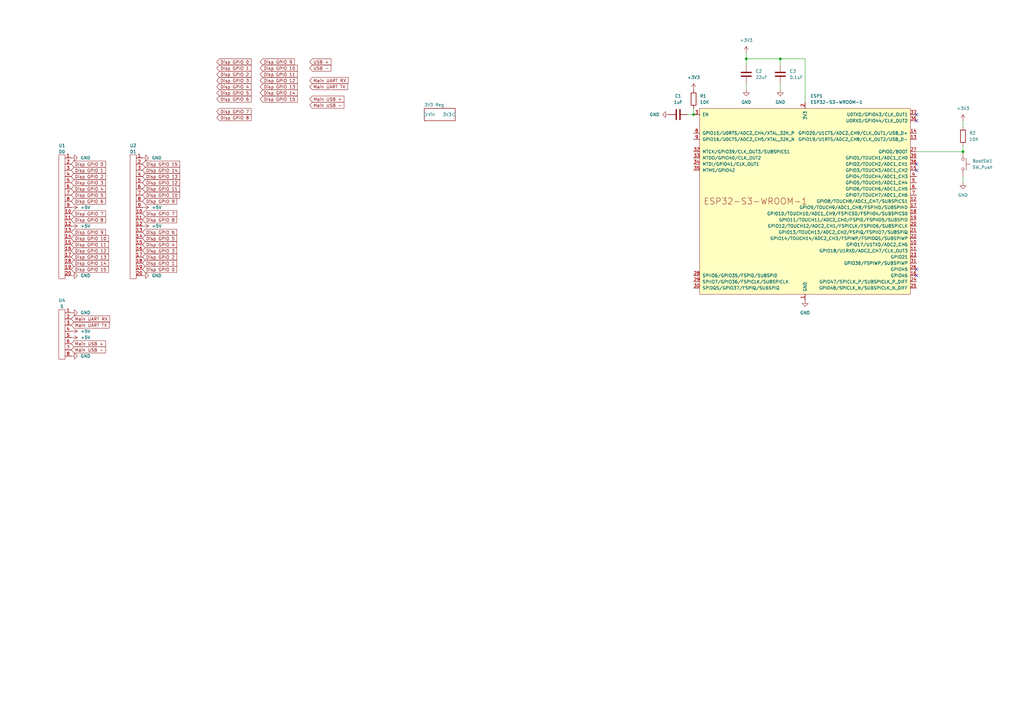
<source format=kicad_sch>
(kicad_sch (version 20231120) (generator "eeschema") (generator_version "8.0")
  (paper "A3")
  (lib_symbols
    (symbol "Device:C" (pin_numbers hide) (pin_names (offset 0.254))
      (property "Reference" "C" (at 0.635 2.54 0))
      (property "Value" "C" (at 0.635 -2.54 0))
      (symbol "C_0_1"
        (polyline (pts (xy -2.032 -0.762) (xy 2.032 -0.762)) (stroke (width 0.508)))
        (polyline (pts (xy -2.032 0.762) (xy 2.032 0.762)) (stroke (width 0.508)))
      )
      (symbol "C_1_1"
        (pin passive line (at 0 3.81 270) (length 2.794) (name "~") (number "1"))
        (pin passive line (at 0 -3.81 90) (length 2.794) (name "~") (number "2"))
      )
    )
    (symbol "Device:R" (pin_numbers hide) (pin_names (offset 0))
      (property "Reference" "R" (at 2.032 0 90))
      (property "Value" "R" (at 0 0 90))
      (symbol "R_0_1"
        (rectangle (start -1.016 -2.54) (end 1.016 2.54) (stroke (width 0.254)))
      )
      (symbol "R_1_1"
        (pin passive line (at 0 3.81 270) (length 1.27) (name "~") (number "1"))
        (pin passive line (at 0 -3.81 90) (length 1.27) (name "~") (number "2"))
      )
    )
    (symbol "FFC:FFC-20"
      (property "Reference" "U" (at 0 26.924 0))
      (symbol "FFC-20_0_1"
        (rectangle (start -1.27 25.4) (end 1.27 -25.4))
      )
      (symbol "FFC-20_1_1"
        (pin input line (at 3.81 24.13 180) (length 2.54) (name "") (number "1"))
        (pin input line (at 3.81 1.27 180) (length 2.54) (name "") (number "10"))
        (pin input line (at 3.81 -1.27 180) (length 2.54) (name "") (number "11"))
        (pin input line (at 3.81 -3.81 180) (length 2.54) (name "") (number "12"))
        (pin input line (at 3.81 -6.35 180) (length 2.54) (name "") (number "13"))
        (pin input line (at 3.81 -8.89 180) (length 2.54) (name "") (number "14"))
        (pin input line (at 3.81 -11.43 180) (length 2.54) (name "") (number "15"))
        (pin input line (at 3.81 -13.97 180) (length 2.54) (name "") (number "16"))
        (pin input line (at 3.81 -16.51 180) (length 2.54) (name "") (number "17"))
        (pin input line (at 3.81 -19.05 180) (length 2.54) (name "") (number "18"))
        (pin input line (at 3.81 -21.59 180) (length 2.54) (name "") (number "19"))
        (pin input line (at 3.81 21.59 180) (length 2.54) (name "") (number "2"))
        (pin input line (at 3.81 -24.13 180) (length 2.54) (name "") (number "20"))
        (pin input line (at 3.81 19.05 180) (length 2.54) (name "") (number "3"))
        (pin input line (at 3.81 16.51 180) (length 2.54) (name "") (number "4"))
        (pin input line (at 3.81 13.97 180) (length 2.54) (name "") (number "5"))
        (pin input line (at 3.81 11.43 180) (length 2.54) (name "") (number "6"))
        (pin input line (at 3.81 8.89 180) (length 2.54) (name "") (number "7"))
        (pin input line (at 3.81 6.35 180) (length 2.54) (name "") (number "8"))
        (pin input line (at 3.81 3.81 180) (length 2.54) (name "") (number "9"))
      )
    )
    (symbol "FFC:FFC-8"
      (property "Reference" "U" (at 0 11.684 0))
      (symbol "FFC-8_0_1"
        (rectangle (start -1.27 10.16) (end 1.27 -10.16))
      )
      (symbol "FFC-8_1_1"
        (pin input line (at 3.81 8.89 180) (length 2.54) (name "") (number "1"))
        (pin input line (at 3.81 6.35 180) (length 2.54) (name "") (number "2"))
        (pin input line (at 3.81 3.81 180) (length 2.54) (name "") (number "3"))
        (pin input line (at 3.81 1.27 180) (length 2.54) (name "") (number "4"))
        (pin input line (at 3.81 -1.27 180) (length 2.54) (name "") (number "5"))
        (pin input line (at 3.81 -3.81 180) (length 2.54) (name "") (number "6"))
        (pin input line (at 3.81 -6.35 180) (length 2.54) (name "") (number "7"))
        (pin input line (at 3.81 -8.89 180) (length 2.54) (name "") (number "8"))
      )
    )
    (symbol "PCM_Espressif:ESP32-S3-WROOM-1" (pin_names (offset 1.016))
      (property "Reference" "U" (at -43.18 43.18 0))
      (property "Value" "ESP32-S3-WROOM-1" (at -43.18 40.64 0))
      (symbol "ESP32-S3-WROOM-1_0_0"
        (text "ESP32-S3-WROOM-1" (at -20.32 0 0) (effects (font (size 2.54 2.54))))
        (pin power_in line (at 0 -40.64 90) (length 2.54) (name "GND") (number "1"))
        (pin bidirectional line (at 45.72 -17.78 180) (length 2.54) (name "GPIO17/U1TXD/ADC2_CH6") (number "10"))
        (pin bidirectional line (at 45.72 -20.32 180) (length 2.54) (name "GPIO18/U1RXD/ADC2_CH7/CLK_OUT3") (number "11"))
        (pin bidirectional line (at 45.72 0 180) (length 2.54) (name "GPIO8/TOUCH8/ADC1_CH7/SUBSPICS1") (number "12"))
        (pin bidirectional line (at 45.72 25.4 180) (length 2.54) (name "GPIO19/U1RTS/ADC2_CH8/CLK_OUT2/USB_D-") (number "13"))
        (pin bidirectional line (at 45.72 27.94 180) (length 2.54) (name "GPIO20/U1CTS/ADC2_CH9/CLK_OUT1/USB_D+") (number "14"))
        (pin bidirectional line (at 45.72 12.7 180) (length 2.54) (name "GPIO3/TOUCH3/ADC1_CH2") (number "15"))
        (pin bidirectional line (at 45.72 -30.48 180) (length 2.54) (name "GPIO46") (number "16"))
        (pin bidirectional line (at 45.72 -2.54 180) (length 2.54) (name "GPIO9/TOUCH9/ADC1_CH8/FSPIHD/SUBSPIHD") (number "17"))
        (pin bidirectional line (at 45.72 -5.08 180) (length 2.54) (name "GPIO10/TOUCH10/ADC1_CH9/FSPICS0/FSPIIO4/SUBSPICS0") (number "18"))
        (pin bidirectional line (at 45.72 -7.62 180) (length 2.54) (name "GPIO11/TOUCH11/ADC2_CH0/FSPID/FSPIIO5/SUBSPID") (number "19"))
        (pin power_in line (at 0 40.64 270) (length 2.54) (name "3V3") (number "2"))
        (pin bidirectional line (at 45.72 -10.16 180) (length 2.54) (name "GPIO12/TOUCH12/ADC2_CH1/FSPICLK/FSPIIO6/SUBSPICLK") (number "20"))
        (pin bidirectional line (at 45.72 -12.7 180) (length 2.54) (name "GPIO13/TOUCH13/ADC2_CH2/FSPIQ/FSPIIO7/SUBSPIQ") (number "21"))
        (pin bidirectional line (at 45.72 -15.24 180) (length 2.54) (name "GPIO14/TOUCH14/ADC2_CH3/FSPIWP/FSPIDQS/SUBSPIWP") (number "22"))
        (pin bidirectional line (at 45.72 -22.86 180) (length 2.54) (name "GPIO21") (number "23"))
        (pin bidirectional line (at 45.72 -33.02 180) (length 2.54) (name "GPIO47/SPICLK_P/SUBSPICLK_P_DIFF") (number "24"))
        (pin bidirectional line (at 45.72 -35.56 180) (length 2.54) (name "GPIO48/SPICLK_N/SUBSPICLK_N_DIFF") (number "25"))
        (pin bidirectional line (at 45.72 -27.94 180) (length 2.54) (name "GPIO45") (number "26"))
        (pin bidirectional line (at 45.72 20.32 180) (length 2.54) (name "GPIO0/BOOT") (number "27"))
        (pin bidirectional line (at -45.72 -30.48 0) (length 2.54) (name "SPIIO6/GPIO35/FSPID/SUBSPID") (number "28"))
        (pin bidirectional line (at -45.72 -33.02 0) (length 2.54) (name "SPIIO7/GPIO36/FSPICLK/SUBSPICLK") (number "29"))
        (pin input line (at -45.72 35.56 0) (length 2.54) (name "EN") (number "3"))
        (pin bidirectional line (at -45.72 -35.56 0) (length 2.54) (name "SPIDQS/GPIO37/FSPIQ/SUBSPIQ") (number "30"))
        (pin bidirectional line (at 45.72 -25.4 180) (length 2.54) (name "GPIO38/FSPIWP/SUBSPIWP") (number "31"))
        (pin bidirectional line (at -45.72 20.32 0) (length 2.54) (name "MTCK/GPIO39/CLK_OUT3/SUBSPICS1") (number "32"))
        (pin bidirectional line (at -45.72 17.78 0) (length 2.54) (name "MTDO/GPIO40/CLK_OUT2") (number "33"))
        (pin bidirectional line (at -45.72 15.24 0) (length 2.54) (name "MTDI/GPIO41/CLK_OUT1") (number "34"))
        (pin bidirectional line (at -45.72 12.7 0) (length 2.54) (name "MTMS/GPIO42") (number "35"))
        (pin bidirectional line (at 45.72 33.02 180) (length 2.54) (name "U0RXD/GPIO44/CLK_OUT2") (number "36"))
        (pin bidirectional line (at 45.72 35.56 180) (length 2.54) (name "U0TXD/GPIO43/CLK_OUT1") (number "37"))
        (pin bidirectional line (at 45.72 15.24 180) (length 2.54) (name "GPIO2/TOUCH2/ADC1_CH1") (number "38"))
        (pin bidirectional line (at 45.72 17.78 180) (length 2.54) (name "GPIO1/TOUCH1/ADC1_CH0") (number "39"))
        (pin bidirectional line (at 45.72 10.16 180) (length 2.54) (name "GPIO4/TOUCH4/ADC1_CH3") (number "4"))
        (pin passive line (at 0 -40.64 90) (length 2.54) hide (name "GND") (number "40"))
        (pin passive line (at 0 -40.64 90) (length 2.54) hide (name "GND") (number "41"))
        (pin bidirectional line (at 45.72 7.62 180) (length 2.54) (name "GPIO5/TOUCH5/ADC1_CH4") (number "5"))
        (pin bidirectional line (at 45.72 5.08 180) (length 2.54) (name "GPIO6/TOUCH6/ADC1_CH5") (number "6"))
        (pin bidirectional line (at 45.72 2.54 180) (length 2.54) (name "GPIO7/TOUCH7/ADC1_CH6") (number "7"))
        (pin bidirectional line (at -45.72 27.94 0) (length 2.54) (name "GPIO15/U0RTS/ADC2_CH4/XTAL_32K_P") (number "8"))
        (pin bidirectional line (at -45.72 25.4 0) (length 2.54) (name "GPIO16/U0CTS/ADC2_CH5/XTAL_32K_N") (number "9"))
      )
      (symbol "ESP32-S3-WROOM-1_0_1"
        (rectangle (start -43.18 38.1) (end 43.18 -38.1) (fill (type background)))
      )
    )
    (symbol "Switch:SW_Push" (pin_numbers hide) (pin_names (offset 1.016) hide)
      (property "Reference" "SW" (at 1.27 2.54 0))
      (property "Value" "SW_Push" (at 0 -1.524 0))
      (symbol "SW_Push_0_1"
        (circle (center -2.032 0) (radius 0.508))
        (polyline (pts (xy 0 1.27) (xy 0 3.048)))
        (polyline (pts (xy 2.54 1.27) (xy -2.54 1.27)))
        (circle (center 2.032 0) (radius 0.508))
        (pin passive line (at -5.08 0 0) (length 2.54) (name "1") (number "1"))
        (pin passive line (at 5.08 0 180) (length 2.54) (name "2") (number "2"))
      )
    )
    (symbol "power:+3V3" (power) (pin_numbers hide) (pin_names (offset 0) hide)
      (property "Value" "+3V3" (at 0 3.556 0))
      (symbol "+3V3_0_1"
        (polyline (pts (xy -0.762 1.27) (xy 0 2.54)))
        (polyline (pts (xy 0 0) (xy 0 2.54)))
        (polyline (pts (xy 0 2.54) (xy 0.762 1.27)))
      )
      (symbol "+3V3_1_1"
        (pin power_in line (at 0 0 90) (length 0) (name "~") (number "1"))
      )
    )
    (symbol "power:+5V" (power) (pin_numbers hide) (pin_names (offset 0) hide)
      (property "Value" "+5V" (at 0 3.556 0))
      (symbol "+5V_0_1"
        (polyline (pts (xy -0.762 1.27) (xy 0 2.54)))
        (polyline (pts (xy 0 0) (xy 0 2.54)))
        (polyline (pts (xy 0 2.54) (xy 0.762 1.27)))
      )
      (symbol "+5V_1_1"
        (pin power_in line (at 0 0 90) (length 0) (name "~") (number "1"))
      )
    )
    (symbol "power:GND" (power) (pin_numbers hide) (pin_names (offset 0) hide)
      (property "Value" "GND" (at 0 -3.81 0))
      (symbol "GND_0_1"
        (polyline (pts (xy 0 0) (xy 0 -1.27) (xy 1.27 -1.27) (xy 0 -2.54) (xy -1.27 -1.27) (xy 0 -1.27)))
      )
      (symbol "GND_1_1"
        (pin power_in line (at 0 0 270) (length 0) (name "~") (number "1"))
      )
    )
  )
  (junction (at 306.07 24.13))
  (junction (at 394.97 62.23))
  (junction (at 284.48 46.99))
  (junction (at 320.04 24.13))
  (no_connect (at 375.92 46.99))
  (no_connect (at 375.92 69.85))
  (no_connect (at 375.92 67.31))
  (no_connect (at 375.92 110.49))
  (no_connect (at 375.92 49.53))
  (no_connect (at 375.92 113.03))
  (wire (pts (xy 306.07 21.59) (xy 306.07 24.13)))
  (wire (pts (xy 284.48 44.45) (xy 284.48 46.99)))
  (wire (pts (xy 320.04 34.29) (xy 320.04 36.83)))
  (wire (pts (xy 394.97 49.53) (xy 394.97 52.07)))
  (wire (pts (xy 281.94 46.99) (xy 284.48 46.99)))
  (wire (pts (xy 375.92 62.23) (xy 394.97 62.23)))
  (wire (pts (xy 394.97 59.69) (xy 394.97 62.23)))
  (wire (pts (xy 306.07 24.13) (xy 306.07 26.67)))
  (wire (pts (xy 306.07 24.13) (xy 320.04 24.13)))
  (wire (pts (xy 330.2 24.13) (xy 330.2 41.91)))
  (wire (pts (xy 394.97 74.93) (xy 394.97 72.39)))
  (wire (pts (xy 320.04 24.13) (xy 330.2 24.13)))
  (wire (pts (xy 306.07 34.29) (xy 306.07 36.83)))
  (wire (pts (xy 320.04 24.13) (xy 320.04 26.67)))
  (global_label "Disp GPIO 6" (shape input) (at 29.21 82.55 0) (property "Intersheetrefs" "${INTERSHEET_REFS}" (effects (hide yes))))
  (global_label "Disp GPIO 6" (shape input) (at 58.42 95.25 0) (property "Intersheetrefs" "${INTERSHEET_REFS}" (effects (hide yes))))
  (global_label "Disp GPIO 10" (shape input) (at 29.21 97.79 0) (property "Intersheetrefs" "${INTERSHEET_REFS}" (effects (hide yes))))
  (global_label "Disp GPIO 5" (shape input) (at 58.42 97.79 0) (property "Intersheetrefs" "${INTERSHEET_REFS}" (effects (hide yes))))
  (global_label "Disp GPIO 3" (shape input) (at 29.21 74.93 0) (property "Intersheetrefs" "${INTERSHEET_REFS}" (effects (hide yes))))
  (global_label "Disp GPIO 0" (shape input) (at 29.21 67.31 0) (property "Intersheetrefs" "${INTERSHEET_REFS}" (effects (hide yes))))
  (global_label "Disp GPIO 9" (shape input) (at 29.21 95.25 0) (property "Intersheetrefs" "${INTERSHEET_REFS}" (effects (hide yes))))
  (global_label "Disp GPIO 0" (shape input) (at 88.9 25.4 0) (property "Intersheetrefs" "${INTERSHEET_REFS}" (effects (hide yes))))
  (global_label "Disp GPIO 12" (shape input) (at 29.21 102.87 0) (property "Intersheetrefs" "${INTERSHEET_REFS}" (effects (hide yes))))
  (global_label "Disp GPIO 1" (shape input) (at 29.21 69.85 0) (property "Intersheetrefs" "${INTERSHEET_REFS}" (effects (hide yes))))
  (global_label "Disp GPIO 3" (shape input) (at 58.42 102.87 0) (property "Intersheetrefs" "${INTERSHEET_REFS}" (effects (hide yes))))
  (global_label "Disp GPIO 15" (shape input) (at 29.21 110.49 0) (property "Intersheetrefs" "${INTERSHEET_REFS}" (effects (hide yes))))
  (global_label "Disp GPIO 10" (shape input) (at 58.42 80.01 0) (property "Intersheetrefs" "${INTERSHEET_REFS}" (effects (hide yes))))
  (global_label "Disp GPIO 12" (shape input) (at 58.42 74.93 0) (property "Intersheetrefs" "${INTERSHEET_REFS}" (effects (hide yes))))
  (global_label "Disp GPIO 7" (shape input) (at 88.9 45.72 0) (property "Intersheetrefs" "${INTERSHEET_REFS}" (effects (hide yes))))
  (global_label "Disp GPIO 1" (shape input) (at 58.42 107.95 0) (property "Intersheetrefs" "${INTERSHEET_REFS}" (effects (hide yes))))
  (global_label "USB -" (shape input) (at 127 27.94 0) (property "Intersheetrefs" "${INTERSHEET_REFS}" (effects (hide yes))))
  (global_label "Main USB -" (shape input) (at 29.21 143.51 0) (property "Intersheetrefs" "${INTERSHEET_REFS}" (effects (hide yes))))
  (global_label "Disp GPIO 4" (shape input) (at 88.9 35.56 0) (property "Intersheetrefs" "${INTERSHEET_REFS}" (effects (hide yes))))
  (global_label "Disp GPIO 5" (shape input) (at 29.21 80.01 0) (property "Intersheetrefs" "${INTERSHEET_REFS}" (effects (hide yes))))
  (global_label "Disp GPIO 11" (shape input) (at 29.21 100.33 0) (property "Intersheetrefs" "${INTERSHEET_REFS}" (effects (hide yes))))
  (global_label "Disp GPIO 2" (shape input) (at 88.9 30.48 0) (property "Intersheetrefs" "${INTERSHEET_REFS}" (effects (hide yes))))
  (global_label "Disp GPIO 9" (shape input) (at 58.42 82.55 0) (property "Intersheetrefs" "${INTERSHEET_REFS}" (effects (hide yes))))
  (global_label "Disp GPIO 6" (shape input) (at 88.9 40.64 0) (property "Intersheetrefs" "${INTERSHEET_REFS}" (effects (hide yes))))
  (global_label "Disp GPIO 9" (shape input) (at 106.68 25.4 0) (property "Intersheetrefs" "${INTERSHEET_REFS}" (effects (hide yes))))
  (global_label "Disp GPIO 2" (shape input) (at 29.21 72.39 0) (property "Intersheetrefs" "${INTERSHEET_REFS}" (effects (hide yes))))
  (global_label "Disp GPIO 14" (shape input) (at 58.42 69.85 0) (property "Intersheetrefs" "${INTERSHEET_REFS}" (effects (hide yes))))
  (global_label "Disp GPIO 3" (shape input) (at 88.9 33.02 0) (property "Intersheetrefs" "${INTERSHEET_REFS}" (effects (hide yes))))
  (global_label "Main USB +" (shape input) (at 127 40.64 0) (property "Intersheetrefs" "${INTERSHEET_REFS}" (effects (hide yes))))
  (global_label "Main UART RX" (shape input) (at 29.21 130.81 0) (property "Intersheetrefs" "${INTERSHEET_REFS}" (effects (hide yes))))
  (global_label "Disp GPIO 4" (shape input) (at 29.21 77.47 0) (property "Intersheetrefs" "${INTERSHEET_REFS}" (effects (hide yes))))
  (global_label "Main UART TX" (shape input) (at 29.21 133.35 0) (property "Intersheetrefs" "${INTERSHEET_REFS}" (effects (hide yes))))
  (global_label "Disp GPIO 10" (shape input) (at 106.68 27.94 0) (property "Intersheetrefs" "${INTERSHEET_REFS}" (effects (hide yes))))
  (global_label "Disp GPIO 1" (shape input) (at 88.9 27.94 0) (property "Intersheetrefs" "${INTERSHEET_REFS}" (effects (hide yes))))
  (global_label "Disp GPIO 2" (shape input) (at 58.42 105.41 0) (property "Intersheetrefs" "${INTERSHEET_REFS}" (effects (hide yes))))
  (global_label "Disp GPIO 15" (shape input) (at 106.68 40.64 0) (property "Intersheetrefs" "${INTERSHEET_REFS}" (effects (hide yes))))
  (global_label "Main UART RX" (shape input) (at 127 33.02 0) (property "Intersheetrefs" "${INTERSHEET_REFS}" (effects (hide yes))))
  (global_label "Disp GPIO 14" (shape input) (at 29.21 107.95 0) (property "Intersheetrefs" "${INTERSHEET_REFS}" (effects (hide yes))))
  (global_label "Disp GPIO 15" (shape input) (at 58.42 67.31 0) (property "Intersheetrefs" "${INTERSHEET_REFS}" (effects (hide yes))))
  (global_label "Disp GPIO 13" (shape input) (at 29.21 105.41 0) (property "Intersheetrefs" "${INTERSHEET_REFS}" (effects (hide yes))))
  (global_label "Disp GPIO 13" (shape input) (at 58.42 72.39 0) (property "Intersheetrefs" "${INTERSHEET_REFS}" (effects (hide yes))))
  (global_label "Main USB +" (shape input) (at 29.21 140.97 0) (property "Intersheetrefs" "${INTERSHEET_REFS}" (effects (hide yes))))
  (global_label "Disp GPIO 0" (shape input) (at 58.42 110.49 0) (property "Intersheetrefs" "${INTERSHEET_REFS}" (effects (hide yes))))
  (global_label "Disp GPIO 8" (shape input) (at 88.9 48.26 0) (property "Intersheetrefs" "${INTERSHEET_REFS}" (effects (hide yes))))
  (global_label "Disp GPIO 14" (shape input) (at 106.68 38.1 0) (property "Intersheetrefs" "${INTERSHEET_REFS}" (effects (hide yes))))
  (global_label "Disp GPIO 13" (shape input) (at 106.68 35.56 0) (property "Intersheetrefs" "${INTERSHEET_REFS}" (effects (hide yes))))
  (global_label "Disp GPIO 11" (shape input) (at 106.68 30.48 0) (property "Intersheetrefs" "${INTERSHEET_REFS}" (effects (hide yes))))
  (global_label "Disp GPIO 11" (shape input) (at 58.42 77.47 0) (property "Intersheetrefs" "${INTERSHEET_REFS}" (effects (hide yes))))
  (global_label "USB +" (shape input) (at 127 25.4 0) (property "Intersheetrefs" "${INTERSHEET_REFS}" (effects (hide yes))))
  (global_label "Disp GPIO 8" (shape input) (at 29.21 90.17 0) (property "Intersheetrefs" "${INTERSHEET_REFS}" (effects (hide yes))))
  (global_label "Disp GPIO 7" (shape input) (at 29.21 87.63 0) (property "Intersheetrefs" "${INTERSHEET_REFS}" (effects (hide yes))))
  (global_label "Disp GPIO 4" (shape input) (at 58.42 100.33 0) (property "Intersheetrefs" "${INTERSHEET_REFS}" (effects (hide yes))))
  (global_label "Main USB -" (shape input) (at 127 43.18 0) (property "Intersheetrefs" "${INTERSHEET_REFS}" (effects (hide yes))))
  (global_label "Disp GPIO 12" (shape input) (at 106.68 33.02 0) (property "Intersheetrefs" "${INTERSHEET_REFS}" (effects (hide yes))))
  (global_label "Disp GPIO 5" (shape input) (at 88.9 38.1 0) (property "Intersheetrefs" "${INTERSHEET_REFS}" (effects (hide yes))))
  (global_label "Disp GPIO 8" (shape input) (at 58.42 90.17 0) (property "Intersheetrefs" "${INTERSHEET_REFS}" (effects (hide yes))))
  (global_label "Disp GPIO 7" (shape input) (at 58.42 87.63 0) (property "Intersheetrefs" "${INTERSHEET_REFS}" (effects (hide yes))))
  (global_label "Main UART TX" (shape input) (at 127 35.56 0) (property "Intersheetrefs" "${INTERSHEET_REFS}" (effects (hide yes))))
  (symbol (lib_id "power:+3V3") (at 306.07 21.59 0) (unit 1)
    (property "Reference" "#PWR011" (effects (hide yes)))
    (property "Value" "+3V3" (at 306.07 16.51 0))
    (property "Description" "Power symbol creates a global label with name \"+3V3\"" (effects (hide yes)))
  )
  (symbol (lib_id "FFC:FFC-20") (at 54.61 88.9 0) (unit 1)
    (property "Reference" "U2" (at 54.61 59.69 0))
    (property "Value" "D1" (at 54.61 62.23 0))
    (property "Footprint" "FFC:FFC-20-0.5" (effects (hide yes)))
  )
  (symbol (lib_id "FFC:FFC-20") (at 25.4 88.9 0) (unit 1)
    (property "Reference" "U1" (at 25.4 59.69 0))
    (property "Value" "D0" (at 25.4 62.23 0))
    (property "Footprint" "FFC:FFC-20-0.5" (effects (hide yes)))
  )
  (symbol (lib_id "Device:R") (at 394.97 55.88 0) (unit 1)
    (property "Reference" "R2" (at 397.51 54.6099 0) (effects (justify left)))
    (property "Value" "10K" (at 397.51 57.1499 0) (effects (justify left)))
    (property "Footprint" "Resistor_SMD:R_0603_1608Metric" (effects (hide yes)))
    (property "Description" "Resistor" (effects (hide yes)))
  )
  (symbol (lib_id "Device:C") (at 320.04 30.48 0) (unit 1)
    (property "Reference" "C3" (at 323.85 29.2099 0) (effects (justify left)))
    (property "Value" "0.1uF" (at 323.85 31.7499 0) (effects (justify left)))
    (property "Footprint" "Capacitor_SMD:C_0603_1608Metric_Pad1.08x0.95mm_HandSolder" (effects (hide yes)))
    (property "Description" "Unpolarized capacitor" (effects (hide yes)))
  )
  (symbol (lib_id "PCM_Espressif:ESP32-S3-WROOM-1") (at 330.2 82.55 0) (unit 1)
    (property "Reference" "ESP1" (at 332.3941 39.37 0) (effects (justify left)))
    (property "Value" "ESP32-S3-WROOM-1" (at 332.3941 41.91 0) (effects (justify left)))
    (property "Footprint" "PCM_Espressif:ESP32-S3-WROOM-1" (effects (hide yes)))
    (property "Datasheet" "https://www.espressif.com/sites/default/files/documentation/esp32-s3-wroom-1_wroom-1u_datasheet_en.pdf" (effects (hide yes)))
    (property "Description" "2.4 GHz WiFi (802.11 b/g/n) and Bluetooth ® 5 (LE) module Built around ESP32S3 series of SoCs, Xtensa ® dualcore 32bit LX7 microprocessor Flash up to 16 MB, PSRAM up to 8 MB 36 GPIOs, rich set of peripherals Onboard PCB antenna" (effects (hide yes)))
  )
  (symbol (lib_id "power:+5V") (at 58.42 92.71 270) (unit 1)
    (property "Reference" "#PWR07" (effects (hide yes)))
    (property "Value" "+5V" (at 62.23 92.7099 90) (effects (justify left)))
    (property "Description" "Power symbol creates a global label with name \"+5V\"" (effects (hide yes)))
  )
  (symbol (lib_id "power:GND") (at 306.07 36.83 0) (unit 1)
    (property "Reference" "#PWR012" (effects (hide yes)))
    (property "Value" "GND" (at 306.07 41.91 0))
    (property "Description" "Power symbol creates a global label with name \"GND\" , ground" (effects (hide yes)))
  )
  (symbol (lib_id "power:GND") (at 274.32 46.99 270) (unit 1)
    (property "Reference" "#PWR09" (effects (hide yes)))
    (property "Value" "GND" (at 270.51 46.9899 90) (effects (justify right)))
    (property "Description" "Power symbol creates a global label with name \"GND\" , ground" (effects (hide yes)))
  )
  (symbol (lib_id "power:GND") (at 330.2 123.19 0) (unit 1)
    (property "Reference" "#PWR014" (effects (hide yes)))
    (property "Value" "GND" (at 330.2 128.27 0))
    (property "Description" "Power symbol creates a global label with name \"GND\" , ground" (effects (hide yes)))
  )
  (symbol (lib_id "Device:C") (at 306.07 30.48 0) (unit 1)
    (property "Reference" "C2" (at 309.88 29.2099 0) (effects (justify left)))
    (property "Value" "22uF" (at 309.88 31.7499 0) (effects (justify left)))
    (property "Footprint" "Capacitor_SMD:C_0603_1608Metric_Pad1.08x0.95mm_HandSolder" (effects (hide yes)))
    (property "Description" "Unpolarized capacitor" (effects (hide yes)))
  )
  (symbol (lib_id "power:GND") (at 29.21 146.05 90) (unit 1)
    (property "Reference" "#PWR024" (effects (hide yes)))
    (property "Value" "GND" (at 33.02 146.0499 90) (effects (justify right)))
    (property "Description" "Power symbol creates a global label with name \"GND\" , ground" (effects (hide yes)))
  )
  (symbol (lib_id "Switch:SW_Push") (at 394.97 67.31 270) (unit 1)
    (property "Reference" "BootSW1" (at 398.78 66.0399 90) (effects (justify left)))
    (property "Value" "SW_Push" (at 398.78 68.5799 90) (effects (justify left)))
    (property "Footprint" "Button-R-667843:Button-R-667843" (effects (hide yes)))
    (property "Description" "Push button switch, generic, two pins" (effects (hide yes)))
  )
  (symbol (lib_id "power:GND") (at 320.04 36.83 0) (unit 1)
    (property "Reference" "#PWR013" (effects (hide yes)))
    (property "Value" "GND" (at 320.04 41.91 0))
    (property "Description" "Power symbol creates a global label with name \"GND\" , ground" (effects (hide yes)))
  )
  (symbol (lib_id "Device:R") (at 284.48 40.64 0) (unit 1)
    (property "Reference" "R1" (at 287.02 39.3699 0) (effects (justify left)))
    (property "Value" "10K" (at 287.02 41.9099 0) (effects (justify left)))
    (property "Footprint" "Resistor_SMD:R_0603_1608Metric" (effects (hide yes)))
    (property "Description" "Resistor" (effects (hide yes)))
  )
  (symbol (lib_id "power:+5V") (at 29.21 92.71 270) (unit 1)
    (property "Reference" "#PWR02" (effects (hide yes)))
    (property "Value" "+5V" (at 33.02 92.7099 90) (effects (justify left)))
    (property "Description" "Power symbol creates a global label with name \"+5V\"" (effects (hide yes)))
  )
  (symbol (lib_id "power:GND") (at 29.21 113.03 90) (unit 1)
    (property "Reference" "#PWR04" (effects (hide yes)))
    (property "Value" "GND" (at 33.02 113.0299 90) (effects (justify right)))
    (property "Description" "Power symbol creates a global label with name \"GND\" , ground" (effects (hide yes)))
  )
  (symbol (lib_id "power:+5V") (at 29.21 85.09 270) (unit 1)
    (property "Reference" "#PWR01" (effects (hide yes)))
    (property "Value" "+5V" (at 33.02 85.0899 90) (effects (justify left)))
    (property "Description" "Power symbol creates a global label with name \"+5V\"" (effects (hide yes)))
  )
  (symbol (lib_id "power:+3V3") (at 394.97 49.53 0) (unit 1)
    (property "Reference" "#PWR015" (effects (hide yes)))
    (property "Value" "+3V3" (at 394.97 44.45 0))
    (property "Description" "Power symbol creates a global label with name \"+3V3\"" (effects (hide yes)))
  )
  (symbol (lib_id "power:+3V3") (at 284.48 36.83 0) (unit 1)
    (property "Reference" "#PWR010" (effects (hide yes)))
    (property "Value" "+3V3" (at 284.48 31.75 0))
    (property "Description" "Power symbol creates a global label with name \"+3V3\"" (effects (hide yes)))
  )
  (symbol (lib_id "FFC:FFC-8") (at 25.4 137.16 0) (unit 1)
    (property "Reference" "U4" (at 25.4 123.19 0))
    (property "Value" "S" (at 25.4 125.73 0))
    (property "Footprint" "FFC:FFC-8-0.5" (effects (hide yes)))
  )
  (symbol (lib_id "power:GND") (at 58.42 64.77 90) (unit 1)
    (property "Reference" "#PWR05" (effects (hide yes)))
    (property "Value" "GND" (at 62.23 64.7699 90) (effects (justify right)))
    (property "Description" "Power symbol creates a global label with name \"GND\" , ground" (effects (hide yes)))
  )
  (symbol (lib_id "power:GND") (at 29.21 64.77 90) (unit 1)
    (property "Reference" "#PWR03" (effects (hide yes)))
    (property "Value" "GND" (at 33.02 64.7699 90) (effects (justify right)))
    (property "Description" "Power symbol creates a global label with name \"GND\" , ground" (effects (hide yes)))
  )
  (symbol (lib_id "power:GND") (at 29.21 128.27 90) (unit 1)
    (property "Reference" "#PWR021" (effects (hide yes)))
    (property "Value" "GND" (at 33.02 128.2699 90) (effects (justify right)))
    (property "Description" "Power symbol creates a global label with name \"GND\" , ground" (effects (hide yes)))
  )
  (symbol (lib_id "power:+5V") (at 29.21 138.43 270) (unit 1)
    (property "Reference" "#PWR023" (effects (hide yes)))
    (property "Value" "+5V" (at 33.02 138.4299 90) (effects (justify left)))
    (property "Description" "Power symbol creates a global label with name \"+5V\"" (effects (hide yes)))
  )
  (symbol (lib_id "power:+5V") (at 29.21 135.89 270) (unit 1)
    (property "Reference" "#PWR022" (effects (hide yes)))
    (property "Value" "+5V" (at 33.02 135.8899 90) (effects (justify left)))
    (property "Description" "Power symbol creates a global label with name \"+5V\"" (effects (hide yes)))
  )
  (symbol (lib_id "power:+5V") (at 58.42 85.09 270) (unit 1)
    (property "Reference" "#PWR06" (effects (hide yes)))
    (property "Value" "+5V" (at 62.23 85.0899 90) (effects (justify left)))
    (property "Description" "Power symbol creates a global label with name \"+5V\"" (effects (hide yes)))
  )
  (symbol (lib_id "power:GND") (at 394.97 74.93 0) (unit 1)
    (property "Reference" "#PWR016" (effects (hide yes)))
    (property "Value" "GND" (at 394.97 80.01 0))
    (property "Description" "Power symbol creates a global label with name \"GND\" , ground" (effects (hide yes)))
  )
  (symbol (lib_id "Device:C") (at 278.13 46.99 90) (unit 1)
    (property "Reference" "C1" (at 278.13 39.37 90))
    (property "Value" "1uF" (at 278.13 41.91 90))
    (property "Footprint" "Capacitor_SMD:C_0603_1608Metric" (effects (hide yes)))
    (property "Description" "Unpolarized capacitor" (effects (hide yes)))
  )
  (symbol (lib_id "power:GND") (at 58.42 113.03 90) (unit 1)
    (property "Reference" "#PWR08" (effects (hide yes)))
    (property "Value" "GND" (at 62.23 113.0299 90) (effects (justify right)))
    (property "Description" "Power symbol creates a global label with name \"GND\" , ground" (effects (hide yes)))
  )
  (sheet (at 173.99 44.45) (size 12.7 5.08) (stroke (width 0.1524))
    (property "Sheetname" "3V3 Reg" (at 173.99 43.7384 0) (effects (justify left bottom)))
    (property "Sheetfile" "3V3 Reg.kicad_sch" (effects (hide yes)))
    (pin "Vin" input (at 173.99 46.99 180))
    (pin "3V3" input (at 186.69 46.99 0))
  )
)
</source>
